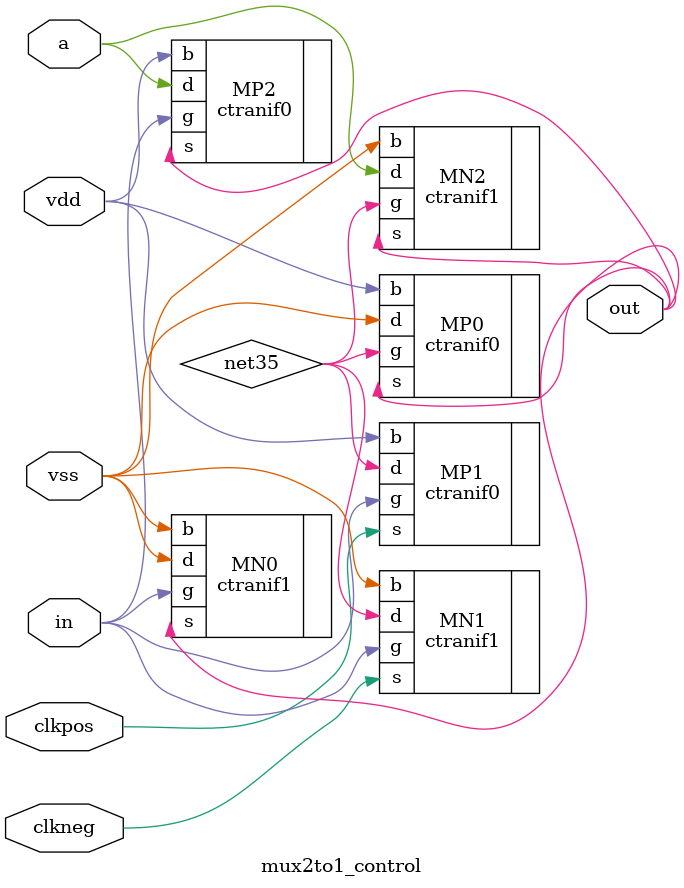
<source format=sv>

`timescale 1ns / 1ns 

module mux2to1_control ( out, a, clkneg, clkpos, in, vdd, vss );

output  out;

input  a, clkneg, clkpos, in, vdd, vss;


specify 
    specparam CDS_LIBNAME  = "MIPS25";
    specparam CDS_CELLNAME = "mux2to1_control";
    specparam CDS_VIEWNAME = "schematic";
endspecify

ctranif1  MN2 ( .b(vss), .d(a), .g(net35), .s(out));
ctranif1  MN0 ( .b(vss), .d(vss), .g(in), .s(out));
ctranif1  MN1 ( .b(vss), .d(net35), .g(in), .s(clkneg));
ctranif0  MP2 ( .b(vdd), .s(out), .g(in), .d(a));
ctranif0  MP0 ( .b(vdd), .s(out), .g(net35), .d(vss));
ctranif0  MP1 ( .b(vdd), .s(clkpos), .g(in), .d(net35));

endmodule

</source>
